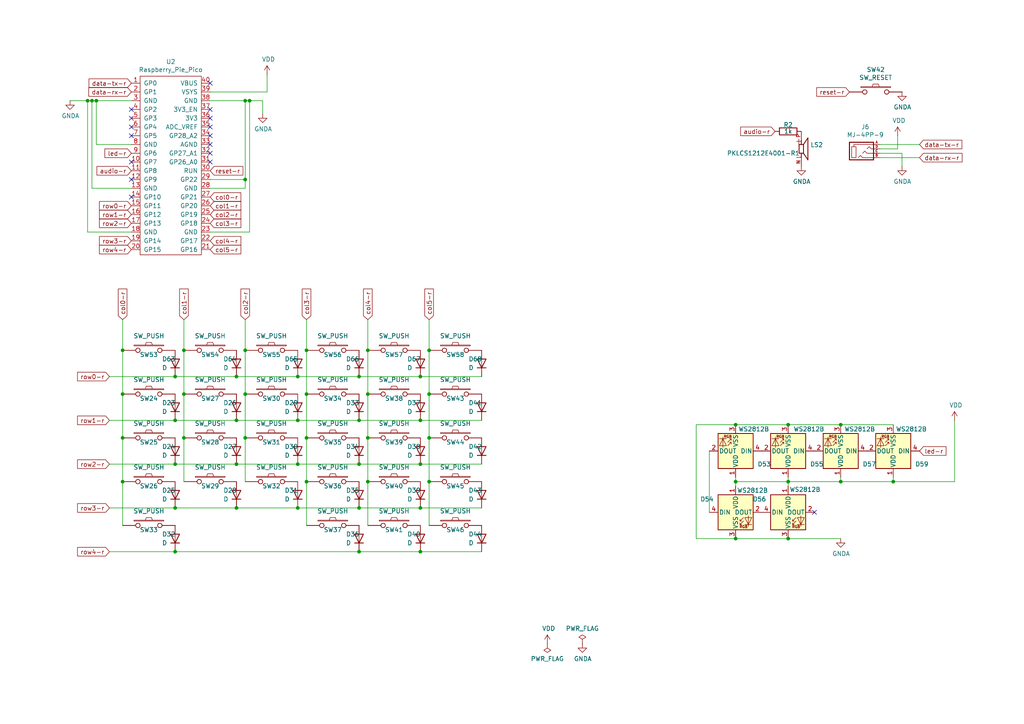
<source format=kicad_sch>
(kicad_sch (version 20250114) (generator "eeschema") (generator_version "9.0")
  (paper "A4")
  (lib_symbols
    (symbol "Device:D" (pin_numbers (hide yes)) (pin_names (offset 1.016) (hide yes))
      (property "Reference" "D" (at 0 2.54 0))
      (property "Value" "D" (at 0 -2.54 0))
      (symbol "D_0_1"
        (polyline (pts (xy -1.27 1.27) (xy -1.27 -1.27)) (stroke (width 0.254)))
        (polyline (pts (xy 1.27 1.27) (xy 1.27 -1.27) (xy -1.27 0) (xy 1.27 1.27)) (stroke (width 0.254)))
        (polyline (pts (xy 1.27 0) (xy -1.27 0)))
      )
      (symbol "D_1_1"
        (pin passive line (at -3.81 0 0) (length 2.54) (name "K") (number "1"))
        (pin passive line (at 3.81 0 180) (length 2.54) (name "A") (number "2"))
      )
    )
    (symbol "Device:R" (pin_numbers (hide yes)) (pin_names (offset 0))
      (property "Reference" "R" (at 2.032 0 90))
      (property "Value" "R" (at 0 0 90))
      (symbol "R_0_1"
        (rectangle (start -1.016 -2.54) (end 1.016 2.54) (stroke (width 0.254)))
      )
      (symbol "R_1_1"
        (pin passive line (at 0 3.81 270) (length 1.27) (name "~") (number "1"))
        (pin passive line (at 0 -3.81 90) (length 1.27) (name "~") (number "2"))
      )
    )
    (symbol "LED:WS2812B" (pin_names (offset 0.254))
      (property "Reference" "D" (at 5.08 5.715 0))
      (property "Value" "WS2812B" (at 1.27 -5.715 0))
      (symbol "WS2812B_0_0"
        (text "RGB" (at 2.286 -4.191 0) (effects (font (size 0.762 0.762))))
      )
      (symbol "WS2812B_0_1"
        (polyline (pts (xy 1.27 -2.54) (xy 1.778 -2.54)))
        (polyline (pts (xy 1.27 -3.556) (xy 1.778 -3.556)))
        (polyline (pts (xy 2.286 -1.524) (xy 1.27 -2.54) (xy 1.27 -2.032)))
        (polyline (pts (xy 2.286 -2.54) (xy 1.27 -3.556) (xy 1.27 -3.048)))
        (polyline (pts (xy 3.683 -1.016) (xy 3.683 -3.556) (xy 3.683 -4.064)))
        (polyline (pts (xy 4.699 -1.524) (xy 2.667 -1.524) (xy 3.683 -3.556) (xy 4.699 -1.524)))
        (polyline (pts (xy 4.699 -3.556) (xy 2.667 -3.556)))
        (rectangle (start 5.08 5.08) (end -5.08 -5.08) (stroke (width 0.254)) (fill (type background)))
      )
      (symbol "WS2812B_1_1"
        (pin input line (at -7.62 0 0) (length 2.54) (name "DIN") (number "4"))
        (pin power_in line (at 0 7.62 270) (length 2.54) (name "VDD") (number "1"))
        (pin power_in line (at 0 -7.62 90) (length 2.54) (name "VSS") (number "3"))
        (pin output line (at 7.62 0 180) (length 2.54) (name "DOUT") (number "2"))
      )
    )
    (symbol "_kbd:MJ-4PP-9" (pin_names (offset 1.016))
      (property "Reference" "J" (at 0 3.81 0))
      (property "Value" "MJ-4PP-9" (at 0 -3.81 0))
      (symbol "MJ-4PP-9_0_1"
        (polyline (pts (xy -2.54 1.27) (xy -2.54 1.905) (xy 3.175 1.905)))
        (rectangle (start -1.905 -1.905) (end -3.175 1.27))
        (polyline (pts (xy -1.27 -1.905) (xy -0.635 -1.27) (xy 0 -1.905) (xy 3.175 -1.905)))
        (polyline (pts (xy 0 -0.635) (xy 0.635 0) (xy 1.27 -0.635) (xy 3.175 -0.635)))
        (polyline (pts (xy 1.27 0.635) (xy 1.905 1.27) (xy 2.54 0.635) (xy 3.175 0.635)))
        (rectangle (start 3.175 2.54) (end -3.81 -2.54) (stroke (width 0.3048)))
      )
      (symbol "MJ-4PP-9_1_1"
        (pin input line (at 5.08 1.905 180) (length 2.0066) (name "~") (number "A"))
        (pin input line (at 5.08 0.635 180) (length 2.0066) (name "~") (number "D"))
        (pin input line (at 5.08 -0.635 180) (length 2.0066) (name "~") (number "C"))
        (pin input line (at 5.08 -1.905 180) (length 2.0066) (name "~") (number "B"))
      )
    )
    (symbol "_kbd:SW_PUSH" (pin_numbers (hide yes)) (pin_names (offset 1.016) (hide yes))
      (property "Reference" "SW" (at 3.81 2.794 0))
      (property "Value" "SW_PUSH" (at 0 -2.032 0))
      (symbol "SW_PUSH_0_1"
        (rectangle (start -4.318 1.27) (end 4.318 1.524))
        (polyline (pts (xy -1.016 1.524) (xy -0.762 2.286) (xy 0.762 2.286) (xy 1.016 1.524)))
        (pin passive inverted (at -7.62 0 0) (length 5.08) (name "1") (number "1"))
        (pin passive inverted (at 7.62 0 180) (length 5.08) (name "2") (number "2"))
      )
    )
    (symbol "_speaker:PKLCS1212E4001-R1" (pin_names (offset 1.016))
      (property "Reference" "LS" (at -3.82 8.9133 0))
      (property "Value" "PKLCS1212E4001-R1" (at -3.823 -11.469 0))
      (symbol "PKLCS1212E4001-R1_0_0"
        (polyline (pts (xy -0.635 1.27) (xy 0 1.27)) (stroke (width 0.254)))
        (polyline (pts (xy -0.635 -1.27) (xy -0.635 1.27)) (stroke (width 0.254)))
        (polyline (pts (xy 0 1.27) (xy 0 2.54)) (stroke (width 0.254)))
        (polyline (pts (xy 0 1.27) (xy 0.635 1.27)) (stroke (width 0.254)))
        (polyline (pts (xy 0 -1.27) (xy -0.635 -1.27)) (stroke (width 0.254)))
        (polyline (pts (xy 0 -1.27) (xy 0 -2.54)) (stroke (width 0.254)))
        (polyline (pts (xy 0.635 1.27) (xy 0.635 -1.27)) (stroke (width 0.254)))
        (polyline (pts (xy 0.635 1.27) (xy 1.905 3.175)) (stroke (width 0.254)))
        (polyline (pts (xy 0.635 -1.27) (xy 0 -1.27)) (stroke (width 0.254)))
        (polyline (pts (xy 1.905 3.175) (xy 1.905 -3.175)) (stroke (width 0.254)))
        (polyline (pts (xy 1.905 -3.175) (xy 0.635 -1.27)) (stroke (width 0.254)))
        (text "+" (at -1.905 1.27 0) (effects (font (size 1.778 1.778)) (justify left bottom)))
        (text "-" (at -1.905 -1.27 0) (effects (font (size 1.778 1.778)) (justify left top)))
        (pin passive line (at 0 5.08 270) (length 2.54) (name "~") (number "P"))
        (pin passive line (at 0 -5.08 90) (length 2.54) (name "~") (number "N"))
      )
    )
    (symbol "_yoichiro:Raspberry_Pi_Pico" (pin_names (offset 1.016))
      (property "Reference" "U" (at 0 27.559 0))
      (property "Value" "Raspberry_Pi_Pico" (at 0.0508 -27.4574 0))
      (symbol "Raspberry_Pi_Pico_0_0"
        (pin bidirectional line (at -11.43 24.13 0) (length 2.54) (name "GP0") (number "1"))
        (pin bidirectional line (at -11.43 21.59 0) (length 2.54) (name "GP1") (number "2"))
        (pin power_in line (at -11.43 19.05 0) (length 2.54) (name "GND") (number "3"))
        (pin bidirectional line (at -11.43 16.51 0) (length 2.54) (name "GP2") (number "4"))
        (pin bidirectional line (at -11.43 13.97 0) (length 2.54) (name "GP3") (number "5"))
        (pin bidirectional line (at -11.43 11.43 0) (length 2.54) (name "GP4") (number "6"))
        (pin bidirectional line (at -11.43 8.89 0) (length 2.54) (name "GP5") (number "7"))
        (pin power_in line (at -11.43 6.35 0) (length 2.54) (name "GND") (number "8"))
        (pin bidirectional line (at -11.43 3.81 0) (length 2.54) (name "GP6") (number "9"))
        (pin bidirectional line (at -11.43 1.27 0) (length 2.54) (name "GP7") (number "10"))
        (pin bidirectional line (at -11.43 -1.27 0) (length 2.54) (name "GP8") (number "11"))
        (pin bidirectional line (at -11.43 -3.81 0) (length 2.54) (name "GP9") (number "12"))
        (pin power_in line (at -11.43 -6.35 0) (length 2.54) (name "GND") (number "13"))
        (pin bidirectional line (at -11.43 -8.89 0) (length 2.54) (name "GP10") (number "14"))
        (pin bidirectional line (at -11.43 -11.43 0) (length 2.54) (name "GP11") (number "15"))
        (pin bidirectional line (at -11.43 -13.97 0) (length 2.54) (name "GP12") (number "16"))
        (pin bidirectional line (at -11.43 -16.51 0) (length 2.54) (name "GP13") (number "17"))
        (pin power_in line (at -11.43 -19.05 0) (length 2.54) (name "GND") (number "18"))
        (pin bidirectional line (at -11.43 -21.59 0) (length 2.54) (name "GP14") (number "19"))
        (pin bidirectional line (at -11.43 -24.13 0) (length 2.54) (name "GP15") (number "20"))
        (pin power_in line (at 11.43 24.13 180) (length 2.54) (name "VBUS") (number "40"))
        (pin power_in line (at 11.43 21.59 180) (length 2.54) (name "VSYS") (number "39"))
        (pin power_in line (at 11.43 19.05 180) (length 2.54) (name "GND") (number "38"))
        (pin input line (at 11.43 16.51 180) (length 2.54) (name "3V3_EN") (number "37"))
        (pin power_out line (at 11.43 13.97 180) (length 2.54) (name "3V3") (number "36"))
        (pin power_in line (at 11.43 11.43 180) (length 2.54) (name "ADC_VREF") (number "35"))
        (pin bidirectional line (at 11.43 8.89 180) (length 2.54) (name "GP28_A2") (number "34"))
        (pin power_in line (at 11.43 6.35 180) (length 2.54) (name "AGND") (number "33"))
        (pin bidirectional line (at 11.43 3.81 180) (length 2.54) (name "GP27_A1") (number "32"))
        (pin bidirectional line (at 11.43 1.27 180) (length 2.54) (name "GP26_A0") (number "31"))
        (pin input line (at 11.43 -1.27 180) (length 2.54) (name "RUN") (number "30"))
        (pin bidirectional line (at 11.43 -3.81 180) (length 2.54) (name "GP22") (number "29"))
        (pin power_in line (at 11.43 -6.35 180) (length 2.54) (name "GND") (number "28"))
        (pin bidirectional line (at 11.43 -8.89 180) (length 2.54) (name "GP21") (number "27"))
        (pin bidirectional line (at 11.43 -11.43 180) (length 2.54) (name "GP20") (number "26"))
        (pin bidirectional line (at 11.43 -13.97 180) (length 2.54) (name "GP19") (number "25"))
        (pin bidirectional line (at 11.43 -16.51 180) (length 2.54) (name "GP18") (number "24"))
        (pin power_in line (at 11.43 -19.05 180) (length 2.54) (name "GND") (number "23"))
        (pin bidirectional line (at 11.43 -21.59 180) (length 2.54) (name "GP17") (number "22"))
        (pin bidirectional line (at 11.43 -24.13 180) (length 2.54) (name "GP16") (number "21"))
      )
      (symbol "Raspberry_Pi_Pico_0_1"
        (rectangle (start -8.89 26.162) (end 8.89 -25.654))
      )
    )
    (symbol "power:GNDA" (power) (pin_numbers (hide yes)) (pin_names (offset 0) (hide yes))
      (property "Value" "GNDA" (at 0 -3.81 0))
      (symbol "GNDA_0_1"
        (polyline (pts (xy 0 0) (xy 0 -1.27) (xy 1.27 -1.27) (xy 0 -2.54) (xy -1.27 -1.27) (xy 0 -1.27)))
      )
      (symbol "GNDA_1_1"
        (pin power_in line (at 0 0 270) (length 0) (name "~") (number "1"))
      )
    )
    (symbol "power:PWR_FLAG" (power) (pin_numbers (hide yes)) (pin_names (offset 0) (hide yes))
      (property "Value" "PWR_FLAG" (at 0 3.81 0))
      (symbol "PWR_FLAG_0_0"
        (pin power_out line (at 0 0 90) (length 0) (name "~") (number "1"))
      )
      (symbol "PWR_FLAG_0_1"
        (polyline (pts (xy 0 0) (xy 0 1.27) (xy -1.016 1.905) (xy 0 2.54) (xy 1.016 1.905) (xy 0 1.27)))
      )
    )
    (symbol "power:VDD" (power) (pin_numbers (hide yes)) (pin_names (offset 0) (hide yes))
      (property "Value" "VDD" (at 0 3.556 0))
      (symbol "VDD_0_1"
        (polyline (pts (xy -0.762 1.27) (xy 0 2.54)))
        (polyline (pts (xy 0 2.54) (xy 0.762 1.27)))
        (polyline (pts (xy 0 0) (xy 0 2.54)))
      )
      (symbol "VDD_1_1"
        (pin power_in line (at 0 0 90) (length 0) (name "~") (number "1"))
      )
    )
  )
  (junction (at 104.14 134.62))
  (junction (at 106.68 101.6))
  (junction (at 50.8 134.62))
  (junction (at 88.9 101.6))
  (junction (at 104.14 109.22))
  (junction (at 72.39 29.21))
  (junction (at 104.14 160.02))
  (junction (at 68.58 134.62))
  (junction (at 121.92 160.02))
  (junction (at 50.8 109.22))
  (junction (at 124.46 139.7))
  (junction (at 35.56 139.7))
  (junction (at 228.6 139.7))
  (junction (at 86.36 147.32))
  (junction (at 25.4 29.21))
  (junction (at 88.9 139.7))
  (junction (at 68.58 121.92))
  (junction (at 71.12 52.07))
  (junction (at 35.56 127))
  (junction (at 86.36 121.92))
  (junction (at 53.34 114.3))
  (junction (at 104.14 121.92))
  (junction (at 121.92 121.92))
  (junction (at 228.6 123.19))
  (junction (at 243.84 123.19))
  (junction (at 121.92 109.22))
  (junction (at 68.58 147.32))
  (junction (at 86.36 109.22))
  (junction (at 53.34 127))
  (junction (at 121.92 134.62))
  (junction (at 213.36 139.7))
  (junction (at 106.68 127))
  (junction (at 50.8 147.32))
  (junction (at 35.56 114.3))
  (junction (at 88.9 114.3))
  (junction (at 104.14 147.32))
  (junction (at 71.12 101.6))
  (junction (at 26.67 29.21))
  (junction (at 86.36 134.62))
  (junction (at 50.8 160.02))
  (junction (at 124.46 101.6))
  (junction (at 71.12 29.21))
  (junction (at 53.34 101.6))
  (junction (at 213.36 156.21))
  (junction (at 259.08 139.7))
  (junction (at 71.12 127))
  (junction (at 50.8 121.92))
  (junction (at 106.68 139.7))
  (junction (at 124.46 127))
  (junction (at 71.12 114.3))
  (junction (at 35.56 101.6))
  (junction (at 68.58 109.22))
  (junction (at 121.92 147.32))
  (junction (at 243.84 139.7))
  (junction (at 88.9 127))
  (junction (at 124.46 114.3))
  (junction (at 106.68 114.3))
  (junction (at 228.6 156.21))
  (junction (at 213.36 123.19))
  (junction (at 27.94 29.21))
  (no_connect (at 38.1 52.07))
  (no_connect (at 60.96 44.45))
  (no_connect (at 60.96 31.75))
  (no_connect (at 60.96 46.99))
  (no_connect (at 60.96 36.83))
  (no_connect (at 38.1 46.99))
  (no_connect (at 38.1 34.29))
  (no_connect (at 38.1 39.37))
  (no_connect (at 38.1 57.15))
  (no_connect (at 60.96 41.91))
  (no_connect (at 38.1 31.75))
  (no_connect (at 60.96 24.13))
  (no_connect (at 60.96 34.29))
  (no_connect (at 60.96 39.37))
  (no_connect (at 38.1 36.83))
  (no_connect (at 236.22 148.59))
  (wire (pts (xy 53.34 127) (xy 53.34 114.3)))
  (wire (pts (xy 53.34 139.7) (xy 53.34 127)))
  (wire (pts (xy 259.08 138.43) (xy 259.08 139.7)))
  (wire (pts (xy 38.1 41.91) (xy 27.94 41.91)))
  (wire (pts (xy 71.12 52.07) (xy 71.12 29.21)))
  (wire (pts (xy 72.39 67.31) (xy 72.39 29.21)))
  (wire (pts (xy 104.14 121.92) (xy 86.36 121.92)))
  (wire (pts (xy 276.86 121.92) (xy 276.86 139.7)))
  (wire (pts (xy 213.36 156.21) (xy 228.6 156.21)))
  (wire (pts (xy 77.47 26.67) (xy 77.47 21.59)))
  (wire (pts (xy 88.9 139.7) (xy 88.9 127)))
  (wire (pts (xy 26.67 54.61) (xy 26.67 29.21)))
  (wire (pts (xy 259.08 139.7) (xy 243.84 139.7)))
  (wire (pts (xy 124.46 101.6) (xy 124.46 92.71)))
  (wire (pts (xy 50.8 160.02) (xy 104.14 160.02)))
  (wire (pts (xy 124.46 114.3) (xy 124.46 101.6)))
  (wire (pts (xy 243.84 138.43) (xy 243.84 139.7)))
  (wire (pts (xy 104.14 147.32) (xy 86.36 147.32)))
  (wire (pts (xy 228.6 156.21) (xy 243.84 156.21)))
  (wire (pts (xy 71.12 101.6) (xy 71.12 114.3)))
  (wire (pts (xy 106.68 101.6) (xy 106.68 92.71)))
  (wire (pts (xy 53.34 92.71) (xy 53.34 101.6)))
  (wire (pts (xy 104.14 109.22) (xy 121.92 109.22)))
  (wire (pts (xy 139.7 160.02) (xy 121.92 160.02)))
  (wire (pts (xy 255.27 43.18) (xy 260.35 43.18)))
  (wire (pts (xy 60.96 29.21) (xy 71.12 29.21)))
  (wire (pts (xy 35.56 139.7) (xy 35.56 152.4)))
  (wire (pts (xy 121.92 160.02) (xy 104.14 160.02)))
  (wire (pts (xy 139.7 121.92) (xy 121.92 121.92)))
  (wire (pts (xy 27.94 29.21) (xy 38.1 29.21)))
  (wire (pts (xy 124.46 127) (xy 124.46 114.3)))
  (wire (pts (xy 60.96 26.67) (xy 77.47 26.67)))
  (wire (pts (xy 228.6 140.97) (xy 228.6 139.7)))
  (wire (pts (xy 201.93 156.21) (xy 213.36 156.21)))
  (wire (pts (xy 213.36 123.19) (xy 201.93 123.19)))
  (wire (pts (xy 72.39 29.21) (xy 76.2 29.21)))
  (wire (pts (xy 71.12 127) (xy 71.12 114.3)))
  (wire (pts (xy 35.56 127) (xy 35.56 114.3)))
  (wire (pts (xy 106.68 152.4) (xy 106.68 139.7)))
  (wire (pts (xy 27.94 41.91) (xy 27.94 29.21)))
  (wire (pts (xy 50.8 121.92) (xy 31.75 121.92)))
  (wire (pts (xy 38.1 54.61) (xy 26.67 54.61)))
  (wire (pts (xy 60.96 52.07) (xy 71.12 52.07)))
  (wire (pts (xy 243.84 123.19) (xy 228.6 123.19)))
  (wire (pts (xy 260.35 43.18) (xy 260.35 39.37)))
  (wire (pts (xy 88.9 152.4) (xy 88.9 139.7)))
  (wire (pts (xy 35.56 114.3) (xy 35.56 101.6)))
  (wire (pts (xy 25.4 67.31) (xy 25.4 29.21)))
  (wire (pts (xy 213.36 140.97) (xy 213.36 139.7)))
  (wire (pts (xy 205.74 130.81) (xy 205.74 148.59)))
  (wire (pts (xy 106.68 139.7) (xy 106.68 127)))
  (wire (pts (xy 71.12 92.71) (xy 71.12 101.6)))
  (wire (pts (xy 50.8 134.62) (xy 31.75 134.62)))
  (wire (pts (xy 31.75 109.22) (xy 50.8 109.22)))
  (wire (pts (xy 71.12 54.61) (xy 71.12 52.07)))
  (wire (pts (xy 228.6 123.19) (xy 213.36 123.19)))
  (wire (pts (xy 139.7 147.32) (xy 121.92 147.32)))
  (wire (pts (xy 26.67 29.21) (xy 27.94 29.21)))
  (wire (pts (xy 121.92 121.92) (xy 104.14 121.92)))
  (wire (pts (xy 38.1 67.31) (xy 25.4 67.31)))
  (wire (pts (xy 228.6 138.43) (xy 228.6 139.7)))
  (wire (pts (xy 86.36 147.32) (xy 68.58 147.32)))
  (wire (pts (xy 259.08 123.19) (xy 243.84 123.19)))
  (wire (pts (xy 228.6 139.7) (xy 213.36 139.7)))
  (wire (pts (xy 60.96 67.31) (xy 72.39 67.31)))
  (wire (pts (xy 60.96 54.61) (xy 71.12 54.61)))
  (wire (pts (xy 86.36 109.22) (xy 104.14 109.22)))
  (wire (pts (xy 35.56 101.6) (xy 35.56 92.71)))
  (wire (pts (xy 50.8 147.32) (xy 31.75 147.32)))
  (wire (pts (xy 50.8 160.02) (xy 31.75 160.02)))
  (wire (pts (xy 106.68 127) (xy 106.68 114.3)))
  (wire (pts (xy 121.92 134.62) (xy 104.14 134.62)))
  (wire (pts (xy 68.58 147.32) (xy 50.8 147.32)))
  (wire (pts (xy 68.58 134.62) (xy 50.8 134.62)))
  (wire (pts (xy 71.12 29.21) (xy 72.39 29.21)))
  (wire (pts (xy 68.58 121.92) (xy 50.8 121.92)))
  (wire (pts (xy 213.36 139.7) (xy 213.36 138.43)))
  (wire (pts (xy 35.56 139.7) (xy 35.56 127)))
  (wire (pts (xy 25.4 29.21) (xy 26.67 29.21)))
  (wire (pts (xy 68.58 109.22) (xy 86.36 109.22)))
  (wire (pts (xy 255.27 45.72) (xy 266.7 45.72)))
  (wire (pts (xy 53.34 101.6) (xy 53.34 114.3)))
  (wire (pts (xy 139.7 134.62) (xy 121.92 134.62)))
  (wire (pts (xy 255.27 44.45) (xy 261.62 44.45)))
  (wire (pts (xy 76.2 29.21) (xy 76.2 33.02)))
  (wire (pts (xy 124.46 152.4) (xy 124.46 139.7)))
  (wire (pts (xy 276.86 139.7) (xy 259.08 139.7)))
  (wire (pts (xy 261.62 44.45) (xy 261.62 48.26)))
  (wire (pts (xy 121.92 109.22) (xy 139.7 109.22)))
  (wire (pts (xy 86.36 134.62) (xy 68.58 134.62)))
  (wire (pts (xy 243.84 139.7) (xy 228.6 139.7)))
  (wire (pts (xy 71.12 139.7) (xy 71.12 127)))
  (wire (pts (xy 201.93 123.19) (xy 201.93 156.21)))
  (wire (pts (xy 255.27 41.91) (xy 266.7 41.91)))
  (wire (pts (xy 88.9 101.6) (xy 88.9 114.3)))
  (wire (pts (xy 88.9 127) (xy 88.9 114.3)))
  (wire (pts (xy 106.68 114.3) (xy 106.68 101.6)))
  (wire (pts (xy 86.36 121.92) (xy 68.58 121.92)))
  (wire (pts (xy 20.32 29.21) (xy 25.4 29.21)))
  (wire (pts (xy 121.92 147.32) (xy 104.14 147.32)))
  (wire (pts (xy 88.9 92.71) (xy 88.9 101.6)))
  (wire (pts (xy 124.46 139.7) (xy 124.46 127)))
  (wire (pts (xy 104.14 134.62) (xy 86.36 134.62)))
  (wire (pts (xy 50.8 109.22) (xy 68.58 109.22)))
  (global_label "row3-r" (shape input) (at 31.75 147.32 180) (property "Intersheetrefs" "${INTERSHEET_REFS}" (effects (hide yes))))
  (global_label "col0-r" (shape input) (at 35.56 92.71 90) (property "Intersheetrefs" "${INTERSHEET_REFS}" (effects (hide yes))))
  (global_label "row2-r" (shape input) (at 31.75 134.62 180) (property "Intersheetrefs" "${INTERSHEET_REFS}" (effects (hide yes))))
  (global_label "col1-r" (shape input) (at 53.34 92.71 90) (property "Intersheetrefs" "${INTERSHEET_REFS}" (effects (hide yes))))
  (global_label "reset-r" (shape input) (at 60.96 49.53 0) (property "Intersheetrefs" "${INTERSHEET_REFS}" (effects (hide yes))))
  (global_label "row0-r" (shape input) (at 38.1 59.69 180) (property "Intersheetrefs" "${INTERSHEET_REFS}" (effects (hide yes))))
  (global_label "col2-r" (shape input) (at 60.96 62.23 0) (property "Intersheetrefs" "${INTERSHEET_REFS}" (effects (hide yes))))
  (global_label "reset-r" (shape input) (at 246.38 26.67 180) (property "Intersheetrefs" "${INTERSHEET_REFS}" (effects (hide yes))))
  (global_label "led-r" (shape input) (at 266.7 130.81 0) (property "Intersheetrefs" "${INTERSHEET_REFS}" (effects (hide yes))))
  (global_label "row1-r" (shape input) (at 31.75 121.92 180) (property "Intersheetrefs" "${INTERSHEET_REFS}" (effects (hide yes))))
  (global_label "row3-r" (shape input) (at 38.1 69.85 180) (property "Intersheetrefs" "${INTERSHEET_REFS}" (effects (hide yes))))
  (global_label "data-rx-r" (shape input) (at 266.7 45.72 0) (property "Intersheetrefs" "${INTERSHEET_REFS}" (effects (hide yes))))
  (global_label "data-rx-r" (shape input) (at 38.1 26.67 180) (property "Intersheetrefs" "${INTERSHEET_REFS}" (effects (hide yes))))
  (global_label "col3-r" (shape input) (at 88.9 92.71 90) (property "Intersheetrefs" "${INTERSHEET_REFS}" (effects (hide yes))))
  (global_label "led-r" (shape input) (at 38.1 44.45 180) (property "Intersheetrefs" "${INTERSHEET_REFS}" (effects (hide yes))))
  (global_label "audio-r" (shape input) (at 38.1 49.53 180) (property "Intersheetrefs" "${INTERSHEET_REFS}" (effects (hide yes))))
  (global_label "col5-r" (shape input) (at 124.46 92.71 90) (property "Intersheetrefs" "${INTERSHEET_REFS}" (effects (hide yes))))
  (global_label "col0-r" (shape input) (at 60.96 57.15 0) (property "Intersheetrefs" "${INTERSHEET_REFS}" (effects (hide yes))))
  (global_label "row4-r" (shape input) (at 38.1 72.39 180) (property "Intersheetrefs" "${INTERSHEET_REFS}" (effects (hide yes))))
  (global_label "col2-r" (shape input) (at 71.12 92.71 90) (property "Intersheetrefs" "${INTERSHEET_REFS}" (effects (hide yes))))
  (global_label "row0-r" (shape input) (at 31.75 109.22 180) (property "Intersheetrefs" "${INTERSHEET_REFS}" (effects (hide yes))))
  (global_label "audio-r" (shape input) (at 224.79 38.1 180) (property "Intersheetrefs" "${INTERSHEET_REFS}" (effects (hide yes))))
  (global_label "col1-r" (shape input) (at 60.96 59.69 0) (property "Intersheetrefs" "${INTERSHEET_REFS}" (effects (hide yes))))
  (global_label "data-tx-r" (shape input) (at 266.7 41.91 0) (property "Intersheetrefs" "${INTERSHEET_REFS}" (effects (hide yes))))
  (global_label "col3-r" (shape input) (at 60.96 64.77 0) (property "Intersheetrefs" "${INTERSHEET_REFS}" (effects (hide yes))))
  (global_label "col4-r" (shape input) (at 106.68 92.71 90) (property "Intersheetrefs" "${INTERSHEET_REFS}" (effects (hide yes))))
  (global_label "row2-r" (shape input) (at 38.1 64.77 180) (property "Intersheetrefs" "${INTERSHEET_REFS}" (effects (hide yes))))
  (global_label "data-tx-r" (shape input) (at 38.1 24.13 180) (property "Intersheetrefs" "${INTERSHEET_REFS}" (effects (hide yes))))
  (global_label "col4-r" (shape input) (at 60.96 69.85 0) (property "Intersheetrefs" "${INTERSHEET_REFS}" (effects (hide yes))))
  (global_label "col5-r" (shape input) (at 60.96 72.39 0) (property "Intersheetrefs" "${INTERSHEET_REFS}" (effects (hide yes))))
  (global_label "row1-r" (shape input) (at 38.1 62.23 180) (property "Intersheetrefs" "${INTERSHEET_REFS}" (effects (hide yes))))
  (global_label "row4-r" (shape input) (at 31.75 160.02 180) (property "Intersheetrefs" "${INTERSHEET_REFS}" (effects (hide yes))))
  (symbol (lib_id "_kbd:SW_PUSH") (at 43.18 114.3 0) (unit 1)
    (property "Reference" "SW24" (at 43.18 115.57 0))
    (property "Value" "SW_PUSH" (at 43.18 110.1344 0))
    (property "Footprint" "_yoichiro:CherryMX_Choco_Hotswap" (effects (hide yes)))
  )
  (symbol (lib_id "Device:D") (at 50.8 118.11 90) (unit 1)
    (property "Reference" "D23" (at 46.99 116.84 90) (effects (justify right)))
    (property "Value" "D" (at 46.99 119.38 90) (effects (justify right)))
    (property "Footprint" "_keebio-parts:Diode-Hybrid-Back" (effects (hide yes)))
    (property "Description" "Diode" (effects (hide yes)))
    (property "Sim.Device" "D" (effects (hide yes)))
    (property "Sim.Pins" "1=K 2=A" (effects (hide yes)))
  )
  (symbol (lib_id "_kbd:SW_PUSH") (at 43.18 127 0) (unit 1)
    (property "Reference" "SW25" (at 43.18 128.27 0))
    (property "Value" "SW_PUSH" (at 43.18 122.8344 0))
    (property "Footprint" "_yoichiro:CherryMX_Choco_Hotswap" (effects (hide yes)))
  )
  (symbol (lib_id "Device:D") (at 50.8 130.81 90) (unit 1)
    (property "Reference" "D24" (at 46.99 129.54 90) (effects (justify right)))
    (property "Value" "D" (at 46.99 132.08 90) (effects (justify right)))
    (property "Footprint" "_keebio-parts:Diode-Hybrid-Back" (effects (hide yes)))
    (property "Description" "Diode" (effects (hide yes)))
    (property "Sim.Device" "D" (effects (hide yes)))
    (property "Sim.Pins" "1=K 2=A" (effects (hide yes)))
  )
  (symbol (lib_id "_kbd:SW_PUSH") (at 43.18 139.7 0) (unit 1)
    (property "Reference" "SW26" (at 43.18 140.97 0))
    (property "Value" "SW_PUSH" (at 43.18 135.5344 0))
    (property "Footprint" "_yoichiro:CherryMX_Choco_Hotswap" (effects (hide yes)))
  )
  (symbol (lib_id "Device:D") (at 50.8 143.51 90) (unit 1)
    (property "Reference" "D25" (at 46.99 142.24 90) (effects (justify right)))
    (property "Value" "D" (at 46.99 144.78 90) (effects (justify right)))
    (property "Footprint" "_keebio-parts:Diode-Hybrid-Back" (effects (hide yes)))
    (property "Description" "Diode" (effects (hide yes)))
    (property "Sim.Device" "D" (effects (hide yes)))
    (property "Sim.Pins" "1=K 2=A" (effects (hide yes)))
  )
  (symbol (lib_id "_kbd:SW_PUSH") (at 60.96 114.3 0) (unit 1)
    (property "Reference" "SW27" (at 60.96 115.57 0))
    (property "Value" "SW_PUSH" (at 60.96 110.1344 0))
    (property "Footprint" "_yoichiro:CherryMX_Choco_Hotswap" (effects (hide yes)))
  )
  (symbol (lib_id "Device:D") (at 68.58 118.11 90) (unit 1)
    (property "Reference" "D26" (at 64.77 116.84 90) (effects (justify right)))
    (property "Value" "D" (at 64.77 119.38 90) (effects (justify right)))
    (property "Footprint" "_keebio-parts:Diode-Hybrid-Back" (effects (hide yes)))
    (property "Description" "Diode" (effects (hide yes)))
    (property "Sim.Device" "D" (effects (hide yes)))
    (property "Sim.Pins" "1=K 2=A" (effects (hide yes)))
  )
  (symbol (lib_id "_kbd:SW_PUSH") (at 60.96 127 0) (unit 1)
    (property "Reference" "SW28" (at 60.96 128.27 0))
    (property "Value" "SW_PUSH" (at 60.96 122.8344 0))
    (property "Footprint" "_yoichiro:CherryMX_Choco_Hotswap" (effects (hide yes)))
  )
  (symbol (lib_id "Device:D") (at 68.58 130.81 90) (unit 1)
    (property "Reference" "D27" (at 64.77 129.54 90) (effects (justify right)))
    (property "Value" "D" (at 64.77 132.08 90) (effects (justify right)))
    (property "Footprint" "_keebio-parts:Diode-Hybrid-Back" (effects (hide yes)))
    (property "Description" "Diode" (effects (hide yes)))
    (property "Sim.Device" "D" (effects (hide yes)))
    (property "Sim.Pins" "1=K 2=A" (effects (hide yes)))
  )
  (symbol (lib_id "_kbd:SW_PUSH") (at 60.96 139.7 0) (unit 1)
    (property "Reference" "SW29" (at 60.96 140.97 0))
    (property "Value" "SW_PUSH" (at 60.96 135.5344 0))
    (property "Footprint" "_yoichiro:CherryMX_Choco_Hotswap" (effects (hide yes)))
  )
  (symbol (lib_id "Device:D") (at 68.58 143.51 90) (unit 1)
    (property "Reference" "D28" (at 64.77 142.24 90) (effects (justify right)))
    (property "Value" "D" (at 64.77 144.78 90) (effects (justify right)))
    (property "Footprint" "_keebio-parts:Diode-Hybrid-Back" (effects (hide yes)))
    (property "Description" "Diode" (effects (hide yes)))
    (property "Sim.Device" "D" (effects (hide yes)))
    (property "Sim.Pins" "1=K 2=A" (effects (hide yes)))
  )
  (symbol (lib_id "_kbd:SW_PUSH") (at 78.74 114.3 0) (unit 1)
    (property "Reference" "SW30" (at 78.74 115.57 0))
    (property "Value" "SW_PUSH" (at 78.74 110.1344 0))
    (property "Footprint" "_yoichiro:CherryMX_Choco_Hotswap" (effects (hide yes)))
  )
  (symbol (lib_id "Device:D") (at 86.36 118.11 90) (unit 1)
    (property "Reference" "D29" (at 82.55 116.84 90) (effects (justify right)))
    (property "Value" "D" (at 82.55 119.38 90) (effects (justify right)))
    (property "Footprint" "_keebio-parts:Diode-Hybrid-Back" (effects (hide yes)))
    (property "Description" "Diode" (effects (hide yes)))
    (property "Sim.Device" "D" (effects (hide yes)))
    (property "Sim.Pins" "1=K 2=A" (effects (hide yes)))
  )
  (symbol (lib_id "_kbd:SW_PUSH") (at 78.74 127 0) (unit 1)
    (property "Reference" "SW31" (at 78.74 128.27 0))
    (property "Value" "SW_PUSH" (at 78.74 122.8344 0))
    (property "Footprint" "_yoichiro:CherryMX_Choco_Hotswap" (effects (hide yes)))
  )
  (symbol (lib_id "Device:D") (at 86.36 130.81 90) (unit 1)
    (property "Reference" "D30" (at 82.55 129.54 90) (effects (justify right)))
    (property "Value" "D" (at 82.55 132.08 90) (effects (justify right)))
    (property "Footprint" "_keebio-parts:Diode-Hybrid-Back" (effects (hide yes)))
    (property "Description" "Diode" (effects (hide yes)))
    (property "Sim.Device" "D" (effects (hide yes)))
    (property "Sim.Pins" "1=K 2=A" (effects (hide yes)))
  )
  (symbol (lib_id "_kbd:SW_PUSH") (at 78.74 139.7 0) (unit 1)
    (property "Reference" "SW32" (at 78.74 140.97 0))
    (property "Value" "SW_PUSH" (at 78.74 135.5344 0))
    (property "Footprint" "_yoichiro:CherryMX_Choco_Hotswap" (effects (hide yes)))
  )
  (symbol (lib_id "Device:D") (at 86.36 143.51 90) (unit 1)
    (property "Reference" "D31" (at 82.55 142.24 90) (effects (justify right)))
    (property "Value" "D" (at 82.55 144.78 90) (effects (justify right)))
    (property "Footprint" "_keebio-parts:Diode-Hybrid-Back" (effects (hide yes)))
    (property "Description" "Diode" (effects (hide yes)))
    (property "Sim.Device" "D" (effects (hide yes)))
    (property "Sim.Pins" "1=K 2=A" (effects (hide yes)))
  )
  (symbol (lib_id "_kbd:SW_PUSH") (at 43.18 152.4 0) (unit 1)
    (property "Reference" "SW33" (at 43.18 153.67 0))
    (property "Value" "SW_PUSH" (at 43.18 148.2344 0))
    (property "Footprint" "_yoichiro:CherryMX_Choco_Hotswap" (effects (hide yes)))
  )
  (symbol (lib_id "Device:D") (at 50.8 156.21 90) (unit 1)
    (property "Reference" "D32" (at 46.99 154.94 90) (effects (justify right)))
    (property "Value" "D" (at 46.99 157.48 90) (effects (justify right)))
    (property "Footprint" "_keebio-parts:Diode-Hybrid-Back" (effects (hide yes)))
    (property "Description" "Diode" (effects (hide yes)))
    (property "Sim.Device" "D" (effects (hide yes)))
    (property "Sim.Pins" "1=K 2=A" (effects (hide yes)))
  )
  (symbol (lib_id "_kbd:SW_PUSH") (at 96.52 114.3 0) (unit 1)
    (property "Reference" "SW34" (at 96.52 115.57 0))
    (property "Value" "SW_PUSH" (at 96.52 110.1344 0))
    (property "Footprint" "_yoichiro:CherryMX_Choco_Hotswap" (effects (hide yes)))
  )
  (symbol (lib_id "Device:D") (at 104.14 118.11 90) (unit 1)
    (property "Reference" "D33" (at 100.33 116.84 90) (effects (justify right)))
    (property "Value" "D" (at 100.33 119.38 90) (effects (justify right)))
    (property "Footprint" "_keebio-parts:Diode-Hybrid-Back" (effects (hide yes)))
    (property "Description" "Diode" (effects (hide yes)))
    (property "Sim.Device" "D" (effects (hide yes)))
    (property "Sim.Pins" "1=K 2=A" (effects (hide yes)))
  )
  (symbol (lib_id "_kbd:SW_PUSH") (at 96.52 127 0) (unit 1)
    (property "Reference" "SW35" (at 96.52 128.27 0))
    (property "Value" "SW_PUSH" (at 96.52 122.8344 0))
    (property "Footprint" "_yoichiro:CherryMX_Choco_Hotswap" (effects (hide yes)))
  )
  (symbol (lib_id "Device:D") (at 104.14 130.81 90) (unit 1)
    (property "Reference" "D34" (at 100.33 129.54 90) (effects (justify right)))
    (property "Value" "D" (at 100.33 132.08 90) (effects (justify right)))
    (property "Footprint" "_keebio-parts:Diode-Hybrid-Back" (effects (hide yes)))
    (property "Description" "Diode" (effects (hide yes)))
    (property "Sim.Device" "D" (effects (hide yes)))
    (property "Sim.Pins" "1=K 2=A" (effects (hide yes)))
  )
  (symbol (lib_id "_kbd:SW_PUSH") (at 96.52 139.7 0) (unit 1)
    (property "Reference" "SW36" (at 96.52 140.97 0))
    (property "Value" "SW_PUSH" (at 96.52 135.5344 0))
    (property "Footprint" "_yoichiro:CherryMX_Choco_Hotswap" (effects (hide yes)))
  )
  (symbol (lib_id "Device:D") (at 104.14 143.51 90) (unit 1)
    (property "Reference" "D35" (at 100.33 142.24 90) (effects (justify right)))
    (property "Value" "D" (at 100.33 144.78 90) (effects (justify right)))
    (property "Footprint" "_keebio-parts:Diode-Hybrid-Back" (effects (hide yes)))
    (property "Description" "Diode" (effects (hide yes)))
    (property "Sim.Device" "D" (effects (hide yes)))
    (property "Sim.Pins" "1=K 2=A" (effects (hide yes)))
  )
  (symbol (lib_id "_kbd:SW_PUSH") (at 96.52 152.4 0) (unit 1)
    (property "Reference" "SW37" (at 96.52 153.67 0))
    (property "Value" "SW_PUSH" (at 96.52 148.2344 0))
    (property "Footprint" "_yoichiro:CherryMX_Choco_Hotswap" (effects (hide yes)))
  )
  (symbol (lib_id "Device:D") (at 104.14 156.21 90) (unit 1)
    (property "Reference" "D36" (at 100.33 154.94 90) (effects (justify right)))
    (property "Value" "D" (at 100.33 157.48 90) (effects (justify right)))
    (property "Footprint" "_keebio-parts:Diode-Hybrid-Back" (effects (hide yes)))
    (property "Description" "Diode" (effects (hide yes)))
    (property "Sim.Device" "D" (effects (hide yes)))
    (property "Sim.Pins" "1=K 2=A" (effects (hide yes)))
  )
  (symbol (lib_id "_kbd:SW_PUSH") (at 114.3 114.3 0) (unit 1)
    (property "Reference" "SW38" (at 114.3 115.57 0))
    (property "Value" "SW_PUSH" (at 114.3 110.1344 0))
    (property "Footprint" "_yoichiro:CherryMX_Choco_Hotswap" (effects (hide yes)))
  )
  (symbol (lib_id "Device:D") (at 121.92 118.11 90) (unit 1)
    (property "Reference" "D37" (at 118.11 116.84 90) (effects (justify right)))
    (property "Value" "D" (at 118.11 119.38 90) (effects (justify right)))
    (property "Footprint" "_keebio-parts:Diode-Hybrid-Back" (effects (hide yes)))
    (property "Description" "Diode" (effects (hide yes)))
    (property "Sim.Device" "D" (effects (hide yes)))
    (property "Sim.Pins" "1=K 2=A" (effects (hide yes)))
  )
  (symbol (lib_id "_kbd:SW_PUSH") (at 114.3 127 0) (unit 1)
    (property "Reference" "SW39" (at 114.3 128.27 0))
    (property "Value" "SW_PUSH" (at 114.3 122.8344 0))
    (property "Footprint" "_yoichiro:CherryMX_Choco_Hotswap" (effects (hide yes)))
  )
  (symbol (lib_id "Device:D") (at 121.92 130.81 90) (unit 1)
    (property "Reference" "D38" (at 118.11 129.54 90) (effects (justify right)))
    (property "Value" "D" (at 118.11 132.08 90) (effects (justify right)))
    (property "Footprint" "_keebio-parts:Diode-Hybrid-Back" (effects (hide yes)))
    (property "Description" "Diode" (effects (hide yes)))
    (property "Sim.Device" "D" (effects (hide yes)))
    (property "Sim.Pins" "1=K 2=A" (effects (hide yes)))
  )
  (symbol (lib_id "_kbd:SW_PUSH") (at 114.3 139.7 0) (unit 1)
    (property "Reference" "SW40" (at 114.3 140.97 0))
    (property "Value" "SW_PUSH" (at 114.3 135.5344 0))
    (property "Footprint" "_yoichiro:CherryMX_Choco_Hotswap" (effects (hide yes)))
  )
  (symbol (lib_id "Device:D") (at 121.92 143.51 90) (unit 1)
    (property "Reference" "D39" (at 118.11 142.24 90) (effects (justify right)))
    (property "Value" "D" (at 118.11 144.78 90) (effects (justify right)))
    (property "Footprint" "_keebio-parts:Diode-Hybrid-Back" (effects (hide yes)))
    (property "Description" "Diode" (effects (hide yes)))
    (property "Sim.Device" "D" (effects (hide yes)))
    (property "Sim.Pins" "1=K 2=A" (effects (hide yes)))
  )
  (symbol (lib_id "_kbd:SW_PUSH") (at 114.3 152.4 0) (unit 1)
    (property "Reference" "SW41" (at 114.3 153.67 0))
    (property "Value" "SW_PUSH" (at 114.3 148.2344 0))
    (property "Footprint" "_yoichiro:CherryMX_Choco_Hotswap" (effects (hide yes)))
  )
  (symbol (lib_id "Device:D") (at 121.92 156.21 90) (unit 1)
    (property "Reference" "D40" (at 118.11 154.94 90) (effects (justify right)))
    (property "Value" "D" (at 118.11 157.48 90) (effects (justify right)))
    (property "Footprint" "_keebio-parts:Diode-Hybrid-Back" (effects (hide yes)))
    (property "Description" "Diode" (effects (hide yes)))
    (property "Sim.Device" "D" (effects (hide yes)))
    (property "Sim.Pins" "1=K 2=A" (effects (hide yes)))
  )
  (symbol (lib_id "_kbd:SW_PUSH") (at 132.08 114.3 0) (unit 1)
    (property "Reference" "SW43" (at 132.08 115.57 0))
    (property "Value" "SW_PUSH" (at 132.08 110.1344 0))
    (property "Footprint" "_yoichiro:CherryMX_Choco_Hotswap" (effects (hide yes)))
  )
  (symbol (lib_id "Device:D") (at 139.7 118.11 90) (unit 1)
    (property "Reference" "D41" (at 135.89 116.84 90) (effects (justify right)))
    (property "Value" "D" (at 135.89 119.38 90) (effects (justify right)))
    (property "Footprint" "_keebio-parts:Diode-Hybrid-Back" (effects (hide yes)))
    (property "Description" "Diode" (effects (hide yes)))
    (property "Sim.Device" "D" (effects (hide yes)))
    (property "Sim.Pins" "1=K 2=A" (effects (hide yes)))
  )
  (symbol (lib_id "_kbd:SW_PUSH") (at 132.08 127 0) (unit 1)
    (property "Reference" "SW44" (at 132.08 128.27 0))
    (property "Value" "SW_PUSH" (at 132.08 122.8344 0))
    (property "Footprint" "_yoichiro:CherryMX_Choco_Hotswap" (effects (hide yes)))
  )
  (symbol (lib_id "Device:D") (at 139.7 130.81 90) (unit 1)
    (property "Reference" "D42" (at 135.89 129.54 90) (effects (justify right)))
    (property "Value" "D" (at 135.89 132.08 90) (effects (justify right)))
    (property "Footprint" "_keebio-parts:Diode-Hybrid-Back" (effects (hide yes)))
    (property "Description" "Diode" (effects (hide yes)))
    (property "Sim.Device" "D" (effects (hide yes)))
    (property "Sim.Pins" "1=K 2=A" (effects (hide yes)))
  )
  (symbol (lib_id "_kbd:SW_PUSH") (at 132.08 139.7 0) (unit 1)
    (property "Reference" "SW45" (at 132.08 140.97 0))
    (property "Value" "SW_PUSH" (at 132.08 135.5344 0))
    (property "Footprint" "_yoichiro:CherryMX_Choco_Hotswap" (effects (hide yes)))
  )
  (symbol (lib_id "Device:D") (at 139.7 143.51 90) (unit 1)
    (property "Reference" "D43" (at 135.89 142.24 90) (effects (justify right)))
    (property "Value" "D" (at 135.89 144.78 90) (effects (justify right)))
    (property "Footprint" "_keebio-parts:Diode-Hybrid-Back" (effects (hide yes)))
    (property "Description" "Diode" (effects (hide yes)))
    (property "Sim.Device" "D" (effects (hide yes)))
    (property "Sim.Pins" "1=K 2=A" (effects (hide yes)))
  )
  (symbol (lib_id "_kbd:SW_PUSH") (at 132.08 152.4 0) (unit 1)
    (property "Reference" "SW46" (at 132.08 153.67 0))
    (property "Value" "SW_PUSH" (at 132.08 148.2344 0))
    (property "Footprint" "_yoichiro:CherryMX_Choco_Hotswap" (effects (hide yes)))
  )
  (symbol (lib_id "Device:D") (at 139.7 156.21 90) (unit 1)
    (property "Reference" "D44" (at 135.89 154.94 90) (effects (justify right)))
    (property "Value" "D" (at 135.89 157.48 90) (effects (justify right)))
    (property "Footprint" "_keebio-parts:Diode-Hybrid-Back" (effects (hide yes)))
    (property "Description" "Diode" (effects (hide yes)))
    (property "Sim.Device" "D" (effects (hide yes)))
    (property "Sim.Pins" "1=K 2=A" (effects (hide yes)))
  )
  (symbol (lib_id "power:VDD") (at 158.75 186.69 0) (unit 1)
    (property "Reference" "#PWR025" (effects (hide yes)))
    (property "Value" "VDD" (at 159.131 182.2958 0))
    (property "Description" "Power symbol creates a global label with name \"VDD\"" (effects (hide yes)))
  )
  (symbol (lib_id "power:PWR_FLAG") (at 158.75 186.69 0) (mirror x) (unit 1)
    (property "Reference" "#FLG03" (effects (hide yes)))
    (property "Value" "PWR_FLAG" (at 158.75 191.0842 0))
    (property "Description" "Special symbol for telling ERC where power comes from" (effects (hide yes)))
  )
  (symbol (lib_id "power:PWR_FLAG") (at 168.91 186.69 0) (unit 1)
    (property "Reference" "#FLG04" (effects (hide yes)))
    (property "Value" "PWR_FLAG" (at 168.91 182.2958 0))
    (property "Description" "Special symbol for telling ERC where power comes from" (effects (hide yes)))
  )
  (symbol (lib_id "power:GNDA") (at 168.91 186.69 0) (unit 1)
    (property "Reference" "#PWR026" (effects (hide yes)))
    (property "Value" "GNDA" (at 169.037 191.0842 0))
    (property "Description" "Power symbol creates a global label with name \"GNDA\" , analog ground" (effects (hide yes)))
  )
  (symbol (lib_id "power:VDD") (at 77.47 21.59 0) (unit 1)
    (property "Reference" "#PWR018" (effects (hide yes)))
    (property "Value" "VDD" (at 77.851 17.1958 0))
    (property "Description" "Power symbol creates a global label with name \"VDD\"" (effects (hide yes)))
  )
  (symbol (lib_id "power:GNDA") (at 76.2 33.02 0) (unit 1)
    (property "Reference" "#PWR019" (effects (hide yes)))
    (property "Value" "GNDA" (at 76.327 37.4142 0))
    (property "Description" "Power symbol creates a global label with name \"GNDA\" , analog ground" (effects (hide yes)))
  )
  (symbol (lib_id "power:GNDA") (at 20.32 29.21 0) (unit 1)
    (property "Reference" "#PWR014" (effects (hide yes)))
    (property "Value" "GNDA" (at 20.447 33.6042 0))
    (property "Description" "Power symbol creates a global label with name \"GNDA\" , analog ground" (effects (hide yes)))
  )
  (symbol (lib_id "_kbd:SW_PUSH") (at 254 26.67 0) (unit 1)
    (property "Reference" "SW42" (at 254 20.193 0))
    (property "Value" "SW_RESET" (at 254 22.5044 0))
    (property "Footprint" "_kbd:ResetSW" (effects (hide yes)))
  )
  (symbol (lib_id "power:GNDA") (at 261.62 26.67 0) (unit 1)
    (property "Reference" "#PWR024" (effects (hide yes)))
    (property "Value" "GNDA" (at 261.747 31.0642 0))
    (property "Description" "Power symbol creates a global label with name \"GNDA\" , analog ground" (effects (hide yes)))
  )
  (symbol (lib_id "_kbd:MJ-4PP-9") (at 250.19 43.815 0) (unit 1)
    (property "Reference" "J6" (at 250.9774 36.8046 0))
    (property "Value" "MJ-4PP-9" (at 250.9774 39.116 0))
    (property "Footprint" "_kbd:MJ-4PP-9" (effects (hide yes)))
    (property "Description" "4-pin (audio) jack receptable (stereo + 4th pin/TRRS connector), compatible with PJ320A" (effects (hide yes)))
  )
  (symbol (lib_id "power:VDD") (at 260.35 39.37 0) (unit 1)
    (property "Reference" "#PWR020" (effects (hide yes)))
    (property "Value" "VDD" (at 260.731 34.9758 0))
    (property "Description" "Power symbol creates a global label with name \"VDD\"" (effects (hide yes)))
  )
  (symbol (lib_id "power:GNDA") (at 261.62 48.26 0) (unit 1)
    (property "Reference" "#PWR021" (effects (hide yes)))
    (property "Value" "GNDA" (at 261.747 52.6542 0))
    (property "Description" "Power symbol creates a global label with name \"GNDA\" , analog ground" (effects (hide yes)))
  )
  (symbol (lib_id "LED:WS2812B") (at 259.08 130.81 180) (unit 1)
    (property "Reference" "D59" (at 265.43 134.62 0) (effects (justify right)))
    (property "Value" "WS2812B" (at 259.842 124.46 0) (effects (justify right)))
    (property "Footprint" "_yoichiro:LED_WS2812B" (effects (hide yes)))
    (property "Datasheet" "https://cdn-shop.adafruit.com/datasheets/WS2812B.pdf" (effects (hide yes)))
  )
  (symbol (lib_id "LED:WS2812B") (at 243.84 130.81 180) (unit 1)
    (property "Reference" "D57" (at 250.19 134.62 0) (effects (justify right)))
    (property "Value" "WS2812B" (at 244.856 124.46 0) (effects (justify right)))
    (property "Footprint" "_yoichiro:LED_WS2812B" (effects (hide yes)))
    (property "Datasheet" "https://cdn-shop.adafruit.com/datasheets/WS2812B.pdf" (effects (hide yes)))
  )
  (symbol (lib_id "LED:WS2812B") (at 228.6 130.81 180) (unit 1)
    (property "Reference" "D55" (at 234.95 134.62 0) (effects (justify right)))
    (property "Value" "WS2812B" (at 230.124 124.46 0) (effects (justify right)))
    (property "Footprint" "_yoichiro:LED_WS2812B" (effects (hide yes)))
    (property "Datasheet" "https://cdn-shop.adafruit.com/datasheets/WS2812B.pdf" (effects (hide yes)))
  )
  (symbol (lib_id "LED:WS2812B") (at 213.36 130.81 180) (unit 1)
    (property "Reference" "D53" (at 219.71 134.62 0) (effects (justify right)))
    (property "Value" "WS2812B" (at 214.122 124.46 0) (effects (justify right)))
    (property "Footprint" "_yoichiro:LED_WS2812B" (effects (hide yes)))
    (property "Datasheet" "https://cdn-shop.adafruit.com/datasheets/WS2812B.pdf" (effects (hide yes)))
  )
  (symbol (lib_id "LED:WS2812B") (at 213.36 148.59 0) (unit 1)
    (property "Reference" "D54" (at 207.01 144.78 0) (effects (justify right)))
    (property "Value" "WS2812B" (at 222.758 142.24 0) (effects (justify right)))
    (property "Footprint" "_yoichiro:LED_WS2812B" (effects (hide yes)))
    (property "Datasheet" "https://cdn-shop.adafruit.com/datasheets/WS2812B.pdf" (effects (hide yes)))
  )
  (symbol (lib_id "LED:WS2812B") (at 228.6 148.59 0) (unit 1)
    (property "Reference" "D56" (at 222.25 144.78 0) (effects (justify right)))
    (property "Value" "WS2812B" (at 237.998 141.986 0) (effects (justify right)))
    (property "Footprint" "_yoichiro:LED_WS2812B" (effects (hide yes)))
    (property "Datasheet" "https://cdn-shop.adafruit.com/datasheets/WS2812B.pdf" (effects (hide yes)))
  )
  (symbol (lib_id "power:VDD") (at 276.86 121.92 0) (unit 1)
    (property "Reference" "#PWR022" (effects (hide yes)))
    (property "Value" "VDD" (at 277.241 117.5258 0))
    (property "Description" "Power symbol creates a global label with name \"VDD\"" (effects (hide yes)))
  )
  (symbol (lib_id "power:GNDA") (at 243.84 156.21 0) (unit 1)
    (property "Reference" "#PWR023" (effects (hide yes)))
    (property "Value" "GNDA" (at 243.967 160.6042 0))
    (property "Description" "Power symbol creates a global label with name \"GNDA\" , analog ground" (effects (hide yes)))
  )
  (symbol (lib_id "_yoichiro:Raspberry_Pi_Pico") (at 49.53 48.26 0) (unit 1)
    (property "Reference" "U2" (at 49.53 17.907 0))
    (property "Value" "Raspberry_Pie_Pico" (at 49.53 20.2184 0))
    (property "Footprint" "_yoichiro:Raspberry_Pi_Pico" (effects (hide yes)))
  )
  (symbol (lib_id "_speaker:PKLCS1212E4001-R1") (at 232.41 43.18 0) (unit 1)
    (property "Reference" "LS2" (at 235.0516 42.0116 0) (effects (justify left)))
    (property "Value" "PKLCS1212E4001-R1" (at 210.82 44.45 0) (effects (justify left)))
    (property "Footprint" "_speaker:SPKR_PKLCS1212E4001-R1" (effects (hide yes)))
    (property "Datasheet" "Murata Electronics" (effects (hide yes)))
    (property "Field4" "January 22, 2018" (effects (hide yes)))
    (property "Field5" "Manufacturer Recommendations" (effects (hide yes)))
    (property "Field6" "3.0 mm" (effects (hide yes)))
    (property "MF" "Murata" (effects (hide yes)))
    (property "MAXIMUM_PACKAGE_HEIGHT" "3.0 mm" (effects (hide yes)))
    (property "Package" "SMD-2 Murata" (effects (hide yes)))
    (property "Price" "None" (effects (hide yes)))
    (property "Check_prices" "https://www.snapeda.com/parts/PKLCS1212E4001-R1/Murata/view-part/?ref=eda" (effects (hide yes)))
    (property "STANDARD" "Manufacturer Recommendations" (effects (hide yes)))
    (property "PARTREV" "January 22, 2018" (effects (hide yes)))
    (property "SnapEDA_Link" "https://www.snapeda.com/parts/PKLCS1212E4001-R1/Murata/view-part/?ref=snap" (effects (hide yes)))
    (property "MP" "PKLCS1212E4001-R1" (effects (hide yes)))
    (property "Purchase-URL" "https://www.snapeda.com/api/url_track_click_mouser/?unipart_id=4970519&manufacturer=Murata&part_name=PKLCS1212E4001-R1&search_term=None" (effects (hide yes)))
    (property "Description_1" "Buzzers Transducer, Externally Driven Piezo 1.5 V - 4kHz 84dB @ 1.5V, 10cm Surface Mount Solder Pads" (effects (hide yes)))
    (property "Availability" "In Stock" (effects (hide yes)))
    (property "MANUFACTURER" "Murata Electronics" (effects (hide yes)))
  )
  (symbol (lib_id "power:GNDA") (at 232.41 48.26 0) (unit 1)
    (property "Reference" "#PWR05" (effects (hide yes)))
    (property "Value" "GNDA" (at 232.537 52.6542 0))
    (property "Description" "Power symbol creates a global label with name \"GNDA\" , analog ground" (effects (hide yes)))
  )
  (symbol (lib_id "Device:R") (at 228.6 38.1 270) (unit 1)
    (property "Reference" "R2" (at 228.6 36.195 90))
    (property "Value" "1k" (at 228.6 38.1 90))
    (property "Footprint" "_keebio-parts:Resistor-Hybrid-Back" (effects (hide yes)))
  )
  (symbol (lib_id "_kbd:SW_PUSH") (at 60.96 101.6 0) (unit 1)
    (property "Reference" "SW54" (at 60.96 102.87 0))
    (property "Value" "SW_PUSH" (at 60.96 97.4344 0))
    (property "Footprint" "_yoichiro:CherryMX_Choco_Hotswap" (effects (hide yes)))
  )
  (symbol (lib_id "_kbd:SW_PUSH") (at 132.08 101.6 0) (unit 1)
    (property "Reference" "SW58" (at 132.08 102.87 0))
    (property "Value" "SW_PUSH" (at 132.08 97.4344 0))
    (property "Footprint" "_yoichiro:CherryMX_Choco_Hotswap" (effects (hide yes)))
  )
  (symbol (lib_id "Device:D") (at 50.8 105.41 90) (unit 1)
    (property "Reference" "D63" (at 46.99 104.14 90) (effects (justify right)))
    (property "Value" "D" (at 46.99 106.68 90) (effects (justify right)))
    (property "Footprint" "_keebio-parts:Diode-Hybrid-Back" (effects (hide yes)))
    (property "Description" "Diode" (effects (hide yes)))
    (property "Sim.Device" "D" (effects (hide yes)))
    (property "Sim.Pins" "1=K 2=A" (effects (hide yes)))
  )
  (symbol (lib_id "_kbd:SW_PUSH") (at 114.3 101.6 0) (unit 1)
    (property "Reference" "SW57" (at 114.3 102.87 0))
    (property "Value" "SW_PUSH" (at 114.3 97.4344 0))
    (property "Footprint" "_yoichiro:CherryMX_Choco_Hotswap" (effects (hide yes)))
  )
  (symbol (lib_id "Device:D") (at 86.36 105.41 90) (unit 1)
    (property "Reference" "D65" (at 82.55 104.14 90) (effects (justify right)))
    (property "Value" "D" (at 82.55 106.68 90) (effects (justify right)))
    (property "Footprint" "_keebio-parts:Diode-Hybrid-Back" (effects (hide yes)))
    (property "Description" "Diode" (effects (hide yes)))
    (property "Sim.Device" "D" (effects (hide yes)))
    (property "Sim.Pins" "1=K 2=A" (effects (hide yes)))
  )
  (symbol (lib_id "_kbd:SW_PUSH") (at 43.18 101.6 0) (unit 1)
    (property "Reference" "SW53" (at 43.18 102.87 0))
    (property "Value" "SW_PUSH" (at 43.18 97.4344 0))
    (property "Footprint" "_yoichiro:CherryMX_Choco_Hotswap" (effects (hide yes)))
  )
  (symbol (lib_id "Device:D") (at 139.7 105.41 90) (unit 1)
    (property "Reference" "D68" (at 135.89 104.14 90) (effects (justify right)))
    (property "Value" "D" (at 135.89 106.68 90) (effects (justify right)))
    (property "Footprint" "_keebio-parts:Diode-Hybrid-Back" (effects (hide yes)))
    (property "Description" "Diode" (effects (hide yes)))
    (property "Sim.Device" "D" (effects (hide yes)))
    (property "Sim.Pins" "1=K 2=A" (effects (hide yes)))
  )
  (symbol (lib_id "_kbd:SW_PUSH") (at 96.52 101.6 0) (unit 1)
    (property "Reference" "SW56" (at 96.52 102.87 0))
    (property "Value" "SW_PUSH" (at 96.52 97.4344 0))
    (property "Footprint" "_yoichiro:CherryMX_Choco_Hotswap" (effects (hide yes)))
  )
  (symbol (lib_id "_kbd:SW_PUSH") (at 78.74 101.6 0) (unit 1)
    (property "Reference" "SW55" (at 78.74 102.87 0))
    (property "Value" "SW_PUSH" (at 78.74 97.4344 0))
    (property "Footprint" "_yoichiro:CherryMX_Choco_Hotswap" (effects (hide yes)))
  )
  (symbol (lib_id "Device:D") (at 104.14 105.41 90) (unit 1)
    (property "Reference" "D66" (at 100.33 104.14 90) (effects (justify right)))
    (property "Value" "D" (at 100.33 106.68 90) (effects (justify right)))
    (property "Footprint" "_keebio-parts:Diode-Hybrid-Back" (effects (hide yes)))
    (property "Description" "Diode" (effects (hide yes)))
    (property "Sim.Device" "D" (effects (hide yes)))
    (property "Sim.Pins" "1=K 2=A" (effects (hide yes)))
  )
  (symbol (lib_id "Device:D") (at 121.92 105.41 90) (unit 1)
    (property "Reference" "D67" (at 118.11 104.14 90) (effects (justify right)))
    (property "Value" "D" (at 118.11 106.68 90) (effects (justify right)))
    (property "Footprint" "_keebio-parts:Diode-Hybrid-Back" (effects (hide yes)))
    (property "Description" "Diode" (effects (hide yes)))
    (property "Sim.Device" "D" (effects (hide yes)))
    (property "Sim.Pins" "1=K 2=A" (effects (hide yes)))
  )
  (symbol (lib_id "Device:D") (at 68.58 105.41 90) (unit 1)
    (property "Reference" "D64" (at 64.77 104.14 90) (effects (justify right)))
    (property "Value" "D" (at 64.77 106.68 90) (effects (justify right)))
    (property "Footprint" "_keebio-parts:Diode-Hybrid-Back" (effects (hide yes)))
    (property "Description" "Diode" (effects (hide yes)))
    (property "Sim.Device" "D" (effects (hide yes)))
    (property "Sim.Pins" "1=K 2=A" (effects (hide yes)))
  )
)
</source>
